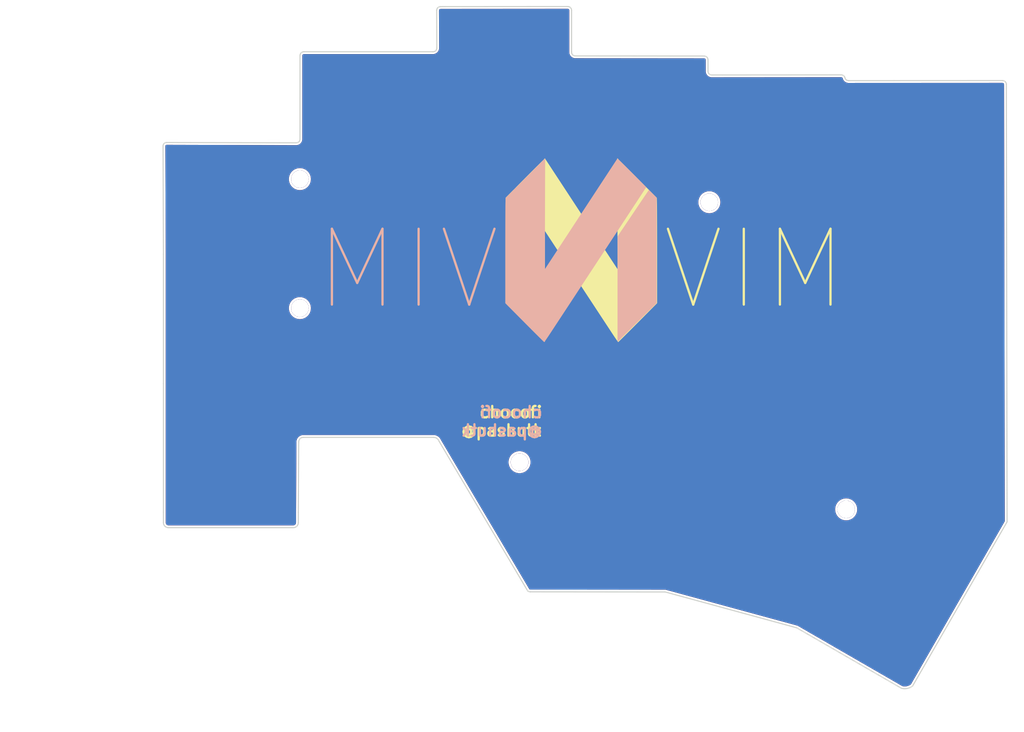
<source format=kicad_pcb>
(kicad_pcb (version 20211014) (generator pcbnew)
  (title_block (title "Corne Light") (date "2018-12-26") (rev "2.1") (company "foostan"))
  (layers (0 "F.Cu" signal) (31 "B.Cu" signal) (34 "B.Paste" user) (35 "F.Paste" user) (36 "B.SilkS" user "B.Silkscreen") (37 "F.SilkS" user "F.Silkscreen") (38 "B.Mask" user) (39 "F.Mask" user) (44 "Edge.Cuts" user))
  (net 0 "")
  (footprint "" (layer "F.Cu") (at 165.1 71.12)
    (fp_text reference "" hide)
    (fp_text value "" hide)
    (pad "" thru_hole circle (at -16.129 -1.27) (size 2.3 2.3) (drill 2.3) (layers *.Cu *.Mask))
  )
  (footprint "" (layer "F.Cu") (at 95 66.802)
    (fp_text reference "" hide)
    (fp_text value "" hide)
    (pad "" thru_hole circle (at 0 0) (size 2.3 2.3) (drill 2.3) (layers *.Cu *.Mask))
  )
  (footprint "LOGO" (layer "F.Cu") (at 132.08 76.2)
    (fp_text reference "G***" hide)
    (fp_text value "LOGO" hide)
    (fp_poly (pts (xy 9.96284 -6.928263) (xy 9.984954 -6.218195) (xy 9.987247 -6.111016) (xy 9.989475 -5.941107) (xy 9.991624 -5.712226) (xy 9.993684 -5.428137) (xy 9.995643 -5.092598) (xy 9.997488 -4.709371) (xy 9.999207 -4.282217) (xy 10.000789 -3.814896) (xy 10.002222 -3.31117) (xy 10.003493 -2.774799) (xy 10.00459 -2.209544) (xy 10.005502 -1.619166) (xy 10.006217 -1.007425) (xy 10.006723 -0.378083) (xy 10.007007 0.2651) (xy 10.007068 0.730632) (xy 10.007068 6.969391) (xy 7.460806 9.535481) (xy 7.119119 9.879476) (xy 6.790205 10.209924) (xy 6.477124 10.523787) (xy 6.182935 10.818029) (xy 5.910699 11.089611) (xy 5.663476 11.335497) (xy 5.444325 11.552649) (xy 5.256305 11.73803) (xy 5.102477 11.888602) (xy 4.9859 12.001329) (xy 4.909635 12.073174) (xy 4.876741 12.101098) (xy 4.875924 12.101358) (xy 4.850067 12.074386) (xy 4.791927 11.997375) (xy 4.705444 11.876042) (xy 4.59456 11.716106) (xy 4.463216 11.523286) (xy 4.315354 11.303299) (xy 4.154915 11.061864) (xy 4.056701 10.912811) (xy 3.5418 10.12894) (xy 3.022837 9.338839) (xy 2.501511 8.545099) (xy 1.979526 7.750314) (xy 1.458583 6.957076) (xy 0.940383 6.167975) (xy 0.426629 5.385606) (xy -0.080978 4.61256) (xy -0.580737 3.851429) (xy -1.070945 3.104806) (xy -1.549901 2.375283) (xy -2.015903 1.665452) (xy -2.46725 0.977906) (xy -2.90224 0.315235) (xy -3.31917 -0.319966) (xy -3.71634 -0.925106) (xy -4.092047 -1.497593) (xy -4.444591 -2.034834) (xy -4.772268 -2.534238) (xy -5.073378 -2.993211) (xy -5.346219 -3.409162) (xy -5.589089 -3.779499) (xy -5.800286 -4.101629) (xy -5.978109 -4.37296) (xy -6.100655 -4.560047) (xy -6.336184 -4.919681) (xy -6.57518 -5.28449) (xy -6.812921 -5.647274) (xy -7.044689 -6.000838) (xy -7.265762 -6.337983) (xy -7.471423 -6.651512) (xy -7.656949 -6.934228) (xy -7.817623 -7.178933) (xy -7.948723 -7.37843) (xy -7.996698 -7.451363) (xy -8.562897 -8.311759) (xy -8.737069 -8.135397) (xy -8.91124 -7.959035) (xy -8.518576 -7.378928) (xy -8.421231 -7.234945) (xy -8.2922 -7.04384) (xy -8.136911 -6.81366) (xy -7.96079 -6.552457) (xy -7.769262 -6.26828) (xy -7.567755 -5.969178) (xy -7.361694 -5.663201) (xy -7.156505 -5.358397) (xy -7.130239 -5.319371) (xy -6.912165 -4.995375) (xy -6.681556 -4.652822) (xy -6.445666 -4.302482) (xy -6.211747 -3.955123) (xy -5.987052 -3.621515) (xy -5.778834 -3.312427) (xy -5.594344 -3.038628) (xy -5.462176 -2.842539) (xy -4.789786 -1.845157) (xy -4.788611 5.114408) (xy -4.787435 12.073973) (xy -7.364006 9.521038) (xy -9.940576 6.968102) (xy -9.940576 -6.956375) (xy -7.459894 -9.462063) (xy -7.123111 -9.801722) (xy -6.799163 -10.127424) (xy -6.491138 -10.436121) (xy -6.202119 -10.724765) (xy -5.935194 -10.990309) (xy -5.693448 -11.229703) (xy -5.479966 -11.439901) (xy -5.297835 -11.617854) (xy -5.15014 -11.760515) (xy -5.039968 -11.864835) (xy -4.970403 -11.927768) (xy -4.944679 -11.946409) (xy -4.925294 -11.945997) (xy -4.930881 -11.958617) (xy -4.923633 -12.001829) (xy -4.896417 -12.037243) (xy -4.845776 -12.037243) (xy -4.841228 -12.035078) (xy -4.810888 -12.058483) (xy -4.804058 -12.068324) (xy -4.795586 -12.099406) (xy -4.800134 -12.10157) (xy -4.830474 -12.078166) (xy -4.837304 -12.068324) (xy -4.845776 -12.037243) (xy -4.896417 -12.037243) (xy -4.877925 -12.061305) (xy -4.873355 -12.06569) (xy -4.795093 -12.139212) (xy -4.72939 -12.045588) (xy -4.705628 -12.009888) (xy -4.646989 -11.920914) (xy -4.555017 -11.78102) (xy -4.431254 -11.592561) (xy -4.277245 -11.357893) (xy -4.094534 -11.079372) (xy -3.884664 -10.759352) (xy -3.649179 -10.400189) (xy -3.389623 -10.004237) (xy -3.107539 -9.573853) (xy -2.804472 -9.111391) (xy -2.481964 -8.619207) (xy -2.14156 -8.099655) (xy -1.784804 -7.555092) (xy -1.413238 -6.987873) (xy -1.028408 -6.400352) (xy -0.631856 -5.794885) (xy -0.225126 -5.173827) (xy 0.049677 -4.754188) (xy 0.461633 -4.125117) (xy 0.864089 -3.510608) (xy 1.255523 -2.912984) (xy 1.634412 -2.334566) (xy 1.999234 -1.777676) (xy 2.348467 -1.244637) (xy 2.680589 -0.737771) (xy 2.994078 -0.2594) (xy 3.287412 0.188155) (xy 3.559068 0.602571) (xy 3.807524 0.981525) (xy 4.031259 1.322697) (xy 4.22875 1.623763) (xy 4.398474 1.882402) (xy 4.538911 2.096292) (xy 4.648538 2.26311) (xy 4.725832 2.380534) (xy 4.769271 2.446243) (xy 4.778705 2.46021) (xy 4.780089 2.429054) (xy 4.781244 2.334398) (xy 4.782173 2.179233) (xy 4.782879 1.966552) (xy 4.783364 1.699347) (xy 4.78363 1.380609) (xy 4.78368 1.013329) (xy 4.783518 0.6005) (xy 4.783144 0.145113) (xy 4.782563 -0.34984) (xy 4.781776 -0.881366) (xy 4.780787 -1.446476) (xy 4.779597 -2.042175) (xy 4.778209 -2.665474) (xy 4.776626 -3.31338) (xy 4.774851 -3.982901) (xy 4.772886 -4.671046) (xy 4.772391 -4.837303) (xy 4.750412 -12.151439)) (layer "F.SilkS") (width 0) (fill solid))
  )
  (footprint "" (layer "F.Cu") (at 93.98 81.28)
    (fp_text reference "" hide)
    (fp_text value "" hide)
    (pad "" thru_hole circle (at 1.02 2.54) (size 2.3 2.3) (drill 2.3) (layers *.Cu *.Mask))
  )
  (footprint "" (layer "F.Cu") (at 129.54 101.6)
    (fp_text reference "" hide)
    (fp_text value "" hide)
    (pad "" thru_hole circle (at -5.588 2.54) (size 2.3 2.3) (drill 2.3) (layers *.Cu *.Mask))
  )
  (footprint "" (layer "F.Cu") (at 172.72 111.76)
    (fp_text reference "" hide)
    (fp_text value "" hide)
    (pad "" thru_hole circle (at -5.715 -1.397) (size 2.3 2.3) (drill 2.3) (layers *.Cu *.Mask))
  )
  (footprint "LOGO" (layer "B.Cu") (at 132.08 76.2 180)
    (fp_text reference "G***" hide)
    (fp_text value "LOGO" hide)
    (fp_poly (pts (xy 9.96284 6.928263) (xy 9.984954 6.218195) (xy 9.987247 6.111016) (xy 9.989475 5.941107) (xy 9.991624 5.712226) (xy 9.993684 5.428137) (xy 9.995643 5.092598) (xy 9.997488 4.709371) (xy 9.999207 4.282217) (xy 10.000789 3.814896) (xy 10.002222 3.31117) (xy 10.003493 2.774799) (xy 10.00459 2.209544) (xy 10.005502 1.619166) (xy 10.006217 1.007425) (xy 10.006723 0.378083) (xy 10.007007 -0.2651) (xy 10.007068 -0.730632) (xy 10.007068 -6.969391) (xy 7.460806 -9.535481) (xy 7.119119 -9.879476) (xy 6.790205 -10.209924) (xy 6.477124 -10.523787) (xy 6.182935 -10.818029) (xy 5.910699 -11.089611) (xy 5.663476 -11.335497) (xy 5.444325 -11.552649) (xy 5.256305 -11.73803) (xy 5.102477 -11.888602) (xy 4.9859 -12.001329) (xy 4.909635 -12.073174) (xy 4.876741 -12.101098) (xy 4.875924 -12.101358) (xy 4.850067 -12.074386) (xy 4.791927 -11.997375) (xy 4.705444 -11.876042) (xy 4.59456 -11.716106) (xy 4.463216 -11.523286) (xy 4.315354 -11.303299) (xy 4.154915 -11.061864) (xy 4.056701 -10.912811) (xy 3.5418 -10.12894) (xy 3.022837 -9.338839) (xy 2.501511 -8.545099) (xy 1.979526 -7.750314) (xy 1.458583 -6.957076) (xy 0.940383 -6.167975) (xy 0.426629 -5.385606) (xy -0.080978 -4.61256) (xy -0.580737 -3.851429) (xy -1.070945 -3.104806) (xy -1.549901 -2.375283) (xy -2.015903 -1.665452) (xy -2.46725 -0.977906) (xy -2.90224 -0.315235) (xy -3.31917 0.319966) (xy -3.71634 0.925106) (xy -4.092047 1.497593) (xy -4.444591 2.034834) (xy -4.772268 2.534238) (xy -5.073378 2.993211) (xy -5.346219 3.409162) (xy -5.589089 3.779499) (xy -5.800286 4.101629) (xy -5.978109 4.37296) (xy -6.100655 4.560047) (xy -6.336184 4.919681) (xy -6.57518 5.28449) (xy -6.812921 5.647274) (xy -7.044689 6.000838) (xy -7.265762 6.337983) (xy -7.471423 6.651512) (xy -7.656949 6.934228) (xy -7.817623 7.178933) (xy -7.948723 7.37843) (xy -7.996698 7.451363) (xy -8.562897 8.311759) (xy -8.737069 8.135397) (xy -8.91124 7.959035) (xy -8.518576 7.378928) (xy -8.421231 7.234945) (xy -8.2922 7.04384) (xy -8.136911 6.81366) (xy -7.96079 6.552457) (xy -7.769262 6.26828) (xy -7.567755 5.969178) (xy -7.361694 5.663201) (xy -7.156505 5.358397) (xy -7.130239 5.319371) (xy -6.912165 4.995375) (xy -6.681556 4.652822) (xy -6.445666 4.302482) (xy -6.211747 3.955123) (xy -5.987052 3.621515) (xy -5.778834 3.312427) (xy -5.594344 3.038628) (xy -5.462176 2.842539) (xy -4.789786 1.845157) (xy -4.788611 -5.114408) (xy -4.787435 -12.073973) (xy -7.364006 -9.521038) (xy -9.940576 -6.968102) (xy -9.940576 6.956375) (xy -7.459894 9.462063) (xy -7.123111 9.801722) (xy -6.799163 10.127424) (xy -6.491138 10.436121) (xy -6.202119 10.724765) (xy -5.935194 10.990309) (xy -5.693448 11.229703) (xy -5.479966 11.439901) (xy -5.297835 11.617854) (xy -5.15014 11.760515) (xy -5.039968 11.864835) (xy -4.970403 11.927768) (xy -4.944679 11.946409) (xy -4.925294 11.945997) (xy -4.930881 11.958617) (xy -4.923633 12.001829) (xy -4.896417 12.037243) (xy -4.845776 12.037243) (xy -4.841228 12.035078) (xy -4.810888 12.058483) (xy -4.804058 12.068324) (xy -4.795586 12.099406) (xy -4.800134 12.10157) (xy -4.830474 12.078166) (xy -4.837304 12.068324) (xy -4.845776 12.037243) (xy -4.896417 12.037243) (xy -4.877925 12.061305) (xy -4.873355 12.06569) (xy -4.795093 12.139212) (xy -4.72939 12.045588) (xy -4.705628 12.009888) (xy -4.646989 11.920914) (xy -4.555017 11.78102) (xy -4.431254 11.592561) (xy -4.277245 11.357893) (xy -4.094534 11.079372) (xy -3.884664 10.759352) (xy -3.649179 10.400189) (xy -3.389623 10.004237) (xy -3.107539 9.573853) (xy -2.804472 9.111391) (xy -2.481964 8.619207) (xy -2.14156 8.099655) (xy -1.784804 7.555092) (xy -1.413238 6.987873) (xy -1.028408 6.400352) (xy -0.631856 5.794885) (xy -0.225126 5.173827) (xy 0.049677 4.754188) (xy 0.461633 4.125117) (xy 0.864089 3.510608) (xy 1.255523 2.912984) (xy 1.634412 2.334566) (xy 1.999234 1.777676) (xy 2.348467 1.244637) (xy 2.680589 0.737771) (xy 2.994078 0.2594) (xy 3.287412 -0.188155) (xy 3.559068 -0.602571) (xy 3.807524 -0.981525) (xy 4.031259 -1.322697) (xy 4.22875 -1.623763) (xy 4.398474 -1.882402) (xy 4.538911 -2.096292) (xy 4.648538 -2.26311) (xy 4.725832 -2.380534) (xy 4.769271 -2.446243) (xy 4.778705 -2.46021) (xy 4.780089 -2.429054) (xy 4.781244 -2.334398) (xy 4.782173 -2.179233) (xy 4.782879 -1.966552) (xy 4.783364 -1.699347) (xy 4.78363 -1.380609) (xy 4.78368 -1.013329) (xy 4.783518 -0.6005) (xy 4.783144 -0.145113) (xy 4.782563 0.34984) (xy 4.781776 0.881366) (xy 4.780787 1.446476) (xy 4.779597 2.042175) (xy 4.778209 2.665474) (xy 4.776626 3.31338) (xy 4.774851 3.982901) (xy 4.772886 4.671046) (xy 4.772391 4.837303) (xy 4.750412 12.151439)) (layer "B.SilkS") (width 0) (fill solid))
  )
  (gr_line (start 187.62 53.805) (end 167.3304 53.81502) (layer "Edge.Cuts") (width 0.15))
  (gr_line (start 94.515447 62.020847) (end 77.4192 61.976) (layer "Edge.Cuts") (width 0.15))
  (gr_line (start 175.768 133.6548) (end 188.214 112.014) (layer "Edge.Cuts") (width 0.15))
  (gr_line (start 160.4772 125.984) (end 174.288668 133.9596) (layer "Edge.Cuts") (width 0.15))
  (gr_line (start 125.3744 121.240811) (end 143.1544 121.2596) (layer "Edge.Cuts") (width 0.15))
  (gr_arc (start 166.360498 53.055) (mid 166.676734 53.167708) (end 166.8504 53.45502) (layer "Edge.Cuts") (width 0.15))
  (gr_arc (start 167.3304 53.81502) (mid 167.0304 53.71502) (end 166.8504 53.45502) (layer "Edge.Cuts") (width 0.15))
  (gr_line (start 166.360498 53.055) (end 149.2932 53.06902) (layer "Edge.Cuts") (width 0.15))
  (gr_arc (start 95.015447 61.520847) (mid 94.869 61.8744) (end 94.515447 62.020847) (layer "Edge.Cuts") (width 0.15))
  (gr_arc (start 95.01712 50.50682) (mid 95.163567 50.153267) (end 95.51712 50.00682) (layer "Edge.Cuts") (width 0.15))
  (gr_line (start 130.31 44.0362) (end 113.53 44.049553) (layer "Edge.Cuts") (width 0.15))
  (gr_line (start 130.81 50.0534) (end 130.81 44.5362) (layer "Edge.Cuts") (width 0.15))
  (gr_line (start 148.2932 50.56902) (end 131.31 50.5534) (layer "Edge.Cuts") (width 0.15))
  (gr_line (start 148.7932 52.56902) (end 148.7932 51.06902) (layer "Edge.Cuts") (width 0.15))
  (gr_line (start 95.01712 50.50682) (end 95.015447 61.520847) (layer "Edge.Cuts") (width 0.15))
  (gr_line (start 112.54712 50.00682) (end 95.51712 50.00682) (layer "Edge.Cuts") (width 0.15))
  (gr_line (start 113.03 44.549553) (end 113.04712 49.50682) (layer "Edge.Cuts") (width 0.15))
  (gr_arc (start 113.04712 49.50682) (mid 112.900673 49.860373) (end 112.54712 50.00682) (layer "Edge.Cuts") (width 0.15))
  (gr_arc (start 113.03 44.549553) (mid 113.176447 44.196) (end 113.53 44.049553) (layer "Edge.Cuts") (width 0.15))
  (gr_arc (start 130.31 44.0362) (mid 130.663553 44.182647) (end 130.81 44.5362) (layer "Edge.Cuts") (width 0.15))
  (gr_arc (start 131.31 50.5534) (mid 130.956447 50.406953) (end 130.81 50.0534) (layer "Edge.Cuts") (width 0.15))
  (gr_arc (start 148.2932 50.56902) (mid 148.646753 50.715467) (end 148.7932 51.06902) (layer "Edge.Cuts") (width 0.15))
  (gr_arc (start 149.2932 53.06902) (mid 148.939647 52.922573) (end 148.7932 52.56902) (layer "Edge.Cuts") (width 0.15))
  (gr_arc (start 187.62 53.805) (mid 187.973553 53.951447) (end 188.12 54.305) (layer "Edge.Cuts") (width 0.15))
  (gr_line (start 95.4532 100.862652) (end 112.6236 100.862652) (layer "Edge.Cuts") (width 0.15))
  (gr_line (start 94.7928 110.744) (end 94.8436 101.472252) (layer "Edge.Cuts") (width 0.15))
  (gr_arc (start 112.6236 100.862652) (mid 113.02279 100.980057) (end 113.294857 101.294883) (layer "Edge.Cuts") (width 0.15))
  (gr_arc (start 125.3744 121.240811) (mid 125.184464 121.206306) (end 125.0188 121.1072) (layer "Edge.Cuts") (width 0.15))
  (gr_arc (start 175.768 133.6548) (mid 175.064863 133.984494) (end 174.288668 133.959599) (layer "Edge.Cuts") (width 0.15))
  (gr_line (start 77.0128 93.7768) (end 77.0128 110.744) (layer "Edge.Cuts") (width 0.15))
  (gr_line (start 76.962 62.4332) (end 77.0128 76.708) (layer "Edge.Cuts") (width 0.15))
  (gr_line (start 188.12 54.305) (end 188.214 112.014) (layer "Edge.Cuts") (width 0.15))
  (gr_line (start 94.7928 112.1156) (end 94.7928 110.744) (layer "Edge.Cuts") (width 0.15))
  (gr_arc (start 94.8436 101.472252) (mid 95.022148 101.0412) (end 95.4532 100.862652) (layer "Edge.Cuts") (width 0.15))
  (gr_arc (start 94.7928 112.1156) (mid 94.599373 112.582573) (end 94.1324 112.776) (layer "Edge.Cuts") (width 0.15))
  (gr_line (start 77.0128 112.1156) (end 77.0128 110.744) (layer "Edge.Cuts") (width 0.15))
  (gr_line (start 77.0128 76.708) (end 77.0128 93.7768) (layer "Edge.Cuts") (width 0.15))
  (gr_line (start 113.294857 101.294883) (end 125.0188 121.1072) (layer "Edge.Cuts") (width 0.15))
  (gr_arc (start 76.962 62.4332) (mid 77.095911 62.109911) (end 77.4192 61.976) (layer "Edge.Cuts") (width 0.15))
  (gr_line (start 77.6732 112.776) (end 94.1324 112.776) (layer "Edge.Cuts") (width 0.15))
  (gr_line (start 143.1544 121.2596) (end 160.4772 125.984) (layer "Edge.Cuts") (width 0.15))
  (gr_arc (start 77.6732 112.776) (mid 77.206227 112.582573) (end 77.0128 112.1156) (layer "Edge.Cuts") (width 0.15))
  (gr_text "VIM" (at 109.22 78.74) (layer "B.SilkS") (effects (font (size 10 10) (thickness 0.3)) (justify mirror)))
  (gr_text "chocofi\n@pashutk" (at 127.13 98.75) (layer "B.SilkS") (effects (font (size 1.5 1.5) (thickness 0.3)) (justify left mirror)))
  (gr_text "chocofi\n@pashutk" (at 127.12 98.75) (layer "F.SilkS") (effects (font (size 1.5 1.5) (thickness 0.3)) (justify right)))
  (gr_text "VIM" (at 154.94 78.74) (layer "F.SilkS") (effects (font (size 10 10) (thickness 0.3))))
  (zone (net 0) (net_name "") (layers F&B.Cu) (connect_pads (clearance 0)) (min_thickness 0.254) (fill yes (thermal_gap 0.508) (thermal_bridge_width 0.508))
    (polygon (pts (xy 190.47 139.700931) (xy 55.47 139.700931) (xy 55.47 43.176931) (xy 190.47 43.176931)))
  )
)
</source>
